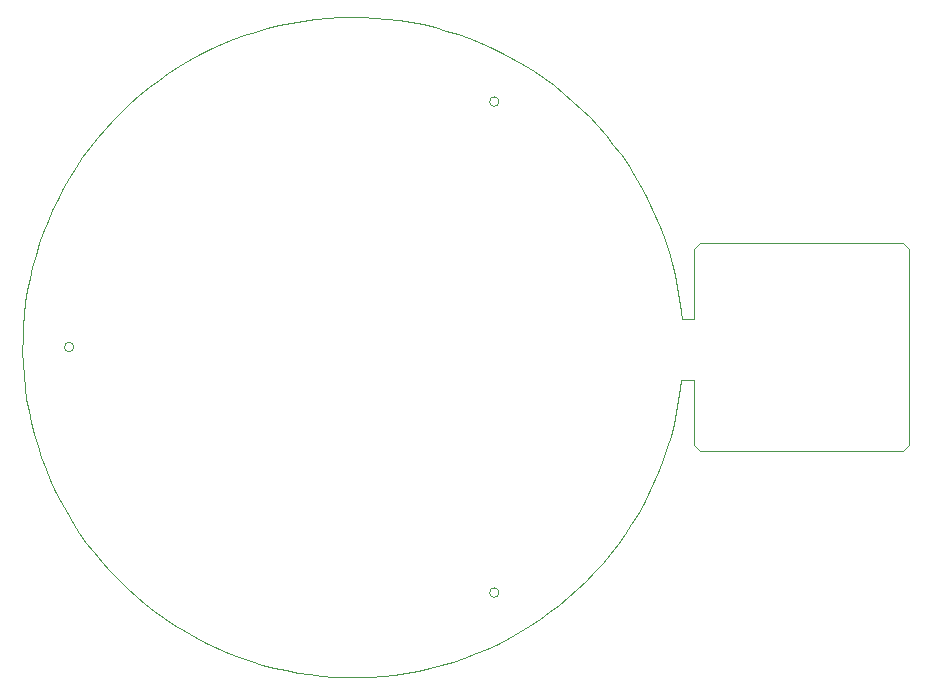
<source format=gbr>
%TF.GenerationSoftware,KiCad,Pcbnew,(6.0.7-1)-1*%
%TF.CreationDate,2022-11-03T17:35:01-04:00*%
%TF.ProjectId,encoder_driver,656e636f-6465-4725-9f64-72697665722e,rev?*%
%TF.SameCoordinates,Original*%
%TF.FileFunction,Profile,NP*%
%FSLAX46Y46*%
G04 Gerber Fmt 4.6, Leading zero omitted, Abs format (unit mm)*
G04 Created by KiCad (PCBNEW (6.0.7-1)-1) date 2022-11-03 17:35:01*
%MOMM*%
%LPD*%
G01*
G04 APERTURE LIST*
%TA.AperFunction,Profile*%
%ADD10C,0.040000*%
%TD*%
%TA.AperFunction,Profile*%
%ADD11C,0.100000*%
%TD*%
G04 APERTURE END LIST*
D10*
X129334514Y-79703676D02*
X129409362Y-79008907D01*
X129187448Y-80717644D02*
X129334514Y-79703676D01*
X129003552Y-81725516D02*
X129187448Y-80717644D01*
X128782572Y-82726022D02*
X129003552Y-81725516D01*
X128525270Y-83717638D02*
X128782572Y-82726022D01*
X128231646Y-84699348D02*
X128525270Y-83717638D01*
X127902208Y-85669374D02*
X128231646Y-84699348D01*
X127537718Y-86626954D02*
X127902208Y-85669374D01*
X127138176Y-87570310D02*
X127537718Y-86626954D01*
X126704344Y-88498426D02*
X127138176Y-87570310D01*
X126236730Y-89410032D02*
X126704344Y-88498426D01*
X125736350Y-90304112D02*
X126236730Y-89410032D01*
X125203204Y-91179142D02*
X125736350Y-90304112D01*
X124638562Y-92033852D02*
X125203204Y-91179142D01*
X124042678Y-92867480D02*
X124638562Y-92033852D01*
X123416822Y-93678756D02*
X124042678Y-92867480D01*
X122761756Y-94466410D02*
X123416822Y-93678756D01*
X122078242Y-95229680D02*
X122761756Y-94466410D01*
X121367296Y-95967296D02*
X122078242Y-95229680D01*
X120629680Y-96678242D02*
X121367296Y-95967296D01*
X119866410Y-97361756D02*
X120629680Y-96678242D01*
X119078756Y-98016822D02*
X119866410Y-97361756D01*
X118267480Y-98642678D02*
X119078756Y-98016822D01*
X117433852Y-99238562D02*
X118267480Y-98642678D01*
X116579142Y-99803204D02*
X117433852Y-99238562D01*
X115704112Y-100336350D02*
X116579142Y-99803204D01*
X114810032Y-100836730D02*
X115704112Y-100336350D01*
X113898426Y-101304344D02*
X114810032Y-100836730D01*
X112970310Y-101738176D02*
X113898426Y-101304344D01*
X112026954Y-102137718D02*
X112970310Y-101738176D01*
X111069374Y-102502208D02*
X112026954Y-102137718D01*
X110099348Y-102831646D02*
X111069374Y-102502208D01*
X109117638Y-103125270D02*
X110099348Y-102831646D01*
X108126022Y-103382572D02*
X109117638Y-103125270D01*
X107125516Y-103603552D02*
X108126022Y-103382572D01*
X106117644Y-103787448D02*
X107125516Y-103603552D01*
X105103676Y-103934514D02*
X106117644Y-103787448D01*
X104085136Y-104044242D02*
X105103676Y-103934514D01*
X103063040Y-104116632D02*
X104085136Y-104044242D01*
X102039166Y-104151684D02*
X103063040Y-104116632D01*
X101014530Y-104148890D02*
X102039166Y-104151684D01*
X99990910Y-104108758D02*
X101014530Y-104148890D01*
X98969322Y-104031034D02*
X99990910Y-104108758D01*
X97951036Y-103915972D02*
X98969322Y-104031034D01*
X96938084Y-103763572D02*
X97951036Y-103915972D01*
X95930974Y-103574088D02*
X96938084Y-103763572D01*
X94931738Y-103348028D02*
X95930974Y-103574088D01*
X93941392Y-103085392D02*
X94931738Y-103348028D01*
X92961460Y-102786688D02*
X93941392Y-103085392D01*
X91992958Y-102452424D02*
X92961460Y-102786688D01*
X91037410Y-102082600D02*
X91992958Y-102452424D01*
X90096086Y-101678232D02*
X91037410Y-102082600D01*
X89170256Y-101239574D02*
X90096086Y-101678232D01*
X88260936Y-100767388D02*
X89170256Y-101239574D01*
X87369650Y-100261928D02*
X88260936Y-100767388D01*
X86497668Y-99724464D02*
X87369650Y-100261928D01*
X85645752Y-99155250D02*
X86497668Y-99724464D01*
X84815172Y-98555302D02*
X85645752Y-99155250D01*
X84007452Y-97925128D02*
X84815172Y-98555302D01*
X83223100Y-97265744D02*
X84007452Y-97925128D01*
X82463386Y-96578420D02*
X83223100Y-97265744D01*
X81729580Y-95863410D02*
X82463386Y-96578420D01*
X81022444Y-95121984D02*
X81729580Y-95863410D01*
X80342740Y-94355412D02*
X81022444Y-95121984D01*
X79691738Y-93564202D02*
X80342740Y-94355412D01*
X79070200Y-92749624D02*
X79691738Y-93564202D01*
X78478888Y-91912948D02*
X79070200Y-92749624D01*
X77918818Y-91055190D02*
X78478888Y-91912948D01*
X77390244Y-90177620D02*
X77918818Y-91055190D01*
X76894436Y-89281000D02*
X77390244Y-90177620D01*
X76431648Y-88366854D02*
X76894436Y-89281000D01*
X76002642Y-87436452D02*
X76431648Y-88366854D01*
X75608180Y-86490810D02*
X76002642Y-87436452D01*
X75248516Y-85531452D02*
X75608180Y-86490810D01*
X74924158Y-84559648D02*
X75248516Y-85531452D01*
X74635868Y-83576668D02*
X74924158Y-84559648D01*
X74383646Y-82583528D02*
X74635868Y-83576668D01*
X74168000Y-81582006D02*
X74383646Y-82583528D01*
X73989184Y-80573118D02*
X74168000Y-81582006D01*
X73847452Y-79558388D02*
X73989184Y-80573118D01*
X73743058Y-78539340D02*
X73847452Y-79558388D01*
X73676002Y-77516736D02*
X73743058Y-78539340D01*
X73646538Y-76492862D02*
X73676002Y-77516736D01*
X73654666Y-75468226D02*
X73646538Y-76492862D01*
X73700132Y-74444606D02*
X73654666Y-75468226D01*
X73783190Y-73423526D02*
X73700132Y-74444606D01*
X73903586Y-72406002D02*
X73783190Y-73423526D01*
X74061320Y-71393812D02*
X73903586Y-72406002D01*
X74255884Y-70387718D02*
X74061320Y-71393812D01*
X74487278Y-69389752D02*
X74255884Y-70387718D01*
X74754994Y-68400676D02*
X74487278Y-69389752D01*
X75058778Y-67422268D02*
X74754994Y-68400676D01*
X75398376Y-66455544D02*
X75058778Y-67422268D01*
X75773026Y-65502028D02*
X75398376Y-66455544D01*
X76182220Y-64562990D02*
X75773026Y-65502028D01*
X76625704Y-63639192D02*
X76182220Y-64562990D01*
X77102716Y-62732666D02*
X76625704Y-63639192D01*
X77612748Y-61843920D02*
X77102716Y-62732666D01*
X78155038Y-60974732D02*
X77612748Y-61843920D01*
X78728570Y-60125610D02*
X78155038Y-60974732D01*
X79333090Y-59298332D02*
X78728570Y-60125610D01*
X79967328Y-58493914D02*
X79333090Y-59298332D01*
X80630522Y-57713118D02*
X79967328Y-58493914D01*
X81322164Y-56956960D02*
X80630522Y-57713118D01*
X82040984Y-56226964D02*
X81322164Y-56956960D01*
X82785966Y-55523638D02*
X82040984Y-56226964D01*
X83556348Y-54847998D02*
X82785966Y-55523638D01*
X84350860Y-54201314D02*
X83556348Y-54847998D01*
X85168486Y-53583840D02*
X84350860Y-54201314D01*
X86008210Y-52997100D02*
X85168486Y-53583840D01*
X86869016Y-52441348D02*
X86008210Y-52997100D01*
X87749380Y-51917346D02*
X86869016Y-52441348D01*
X88648540Y-51426110D02*
X87749380Y-51917346D01*
X89564972Y-50968148D02*
X88648540Y-51426110D01*
X90497660Y-50544222D02*
X89564972Y-50968148D01*
X91445334Y-50154586D02*
X90497660Y-50544222D01*
X92406470Y-49800002D02*
X91445334Y-50154586D01*
X93380052Y-49480724D02*
X92406470Y-49800002D01*
X94364810Y-49197514D02*
X93380052Y-49480724D01*
X95358966Y-48950626D02*
X94364810Y-49197514D01*
X96361758Y-48740060D02*
X95358966Y-48950626D01*
X97371408Y-48566578D02*
X96361758Y-48740060D01*
X98386900Y-48430180D02*
X97371408Y-48566578D01*
X99406710Y-48331120D02*
X98386900Y-48430180D01*
X100429314Y-48269398D02*
X99406710Y-48331120D01*
X101453696Y-48245268D02*
X100429314Y-48269398D01*
X102478078Y-48258730D02*
X101453696Y-48245268D01*
X103501444Y-48309784D02*
X102478078Y-48258730D01*
X104522016Y-48398176D02*
X103501444Y-48309784D01*
X105538778Y-48523906D02*
X104522016Y-48398176D01*
X106550460Y-48686720D02*
X105538778Y-48523906D01*
X107555284Y-48886618D02*
X106550460Y-48686720D01*
X108552234Y-49123346D02*
X107555284Y-48886618D01*
X109539532Y-49396142D02*
X108552234Y-49123346D01*
X110516416Y-49705006D02*
X109539532Y-49396142D01*
X111481362Y-50049684D02*
X110516416Y-49705006D01*
X112433100Y-50429414D02*
X111481362Y-50049684D01*
X113370106Y-50843688D02*
X112433100Y-50429414D01*
X114291364Y-51291998D02*
X113370106Y-50843688D01*
X115195604Y-51773582D02*
X114291364Y-51291998D01*
X116081556Y-52288186D02*
X115195604Y-51773582D01*
X116947950Y-52835048D02*
X116081556Y-52288186D01*
X117793770Y-53413152D02*
X116947950Y-52835048D01*
X118618000Y-54021736D02*
X117793770Y-53413152D01*
X119419116Y-54660292D02*
X118618000Y-54021736D01*
X120196610Y-55327804D02*
X119419116Y-54660292D01*
X120948958Y-56023256D02*
X120196610Y-55327804D01*
X121675144Y-56745632D02*
X120948958Y-56023256D01*
X122374660Y-57494424D02*
X121675144Y-56745632D01*
X123045982Y-58268362D02*
X122374660Y-57494424D01*
X123688856Y-59066176D02*
X123045982Y-58268362D01*
X124301758Y-59887104D02*
X123688856Y-59066176D01*
X124884434Y-60729876D02*
X124301758Y-59887104D01*
X125435614Y-61593476D02*
X124884434Y-60729876D01*
X125954790Y-62476888D02*
X125435614Y-61593476D01*
X126441200Y-63378334D02*
X125954790Y-62476888D01*
X126894336Y-64297306D02*
X126441200Y-63378334D01*
X127313690Y-65232280D02*
X126894336Y-64297306D01*
X127698246Y-66181732D02*
X127313690Y-65232280D01*
X128047750Y-67144900D02*
X127698246Y-66181732D01*
X128361948Y-68120006D02*
X128047750Y-67144900D01*
X128640078Y-69106288D02*
X128361948Y-68120006D01*
X128881886Y-70101714D02*
X128640078Y-69106288D01*
X129086864Y-71105522D02*
X128881886Y-70101714D01*
X129255012Y-72116188D02*
X129086864Y-71105522D01*
X129386076Y-73132442D02*
X129255012Y-72116188D01*
X129451600Y-73843645D02*
X129386076Y-73132442D01*
X130495415Y-73843645D02*
X129451600Y-73843645D01*
X130495415Y-67935908D02*
X130495415Y-73843645D01*
X131042410Y-67388913D02*
X130495415Y-67935908D01*
X148169832Y-67388913D02*
X131042410Y-67388913D01*
X148716827Y-67935908D02*
X148169832Y-67388913D01*
X148716827Y-84455613D02*
X148716827Y-67935908D01*
X148169832Y-85002608D02*
X148716827Y-84455613D01*
X131042410Y-85002608D02*
X148169832Y-85002608D01*
X130495415Y-84455613D02*
X131042410Y-85002608D01*
X130495415Y-79008907D02*
X130495415Y-84455613D01*
X129409362Y-79008907D02*
X130495415Y-79008907D01*
D11*
X114000000Y-96984610D02*
G75*
G03*
X114000000Y-96984610I-400000J0D01*
G01*
X78000000Y-76200000D02*
G75*
G03*
X78000000Y-76200000I-400000J0D01*
G01*
X114000000Y-55415390D02*
G75*
G03*
X114000000Y-55415390I-400000J0D01*
G01*
M02*

</source>
